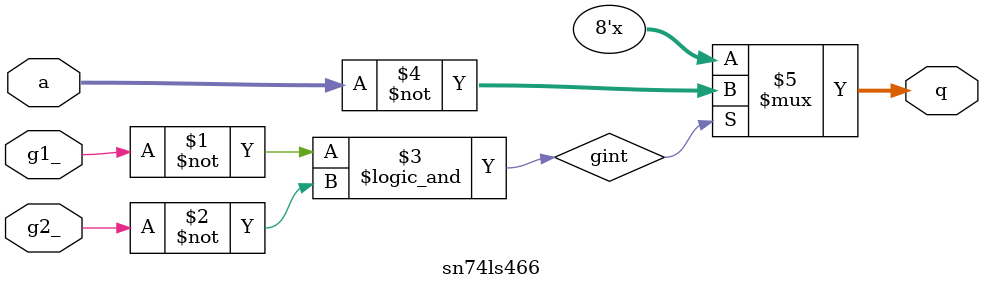
<source format=v>
module sn74ls466(q, a, g1_, g2_);
input [7:0] a;
input g1_, g2_;
output [7:0] q;
wire gint;

parameter
	// TI TTL data book Vol 1, 1985
	tPLH_min=0, tPLH_typ=7,          tPLH_max=12,
	tPHL_min=0, tPHL_typ=9,          tPHL_max=15,
	tPZH_min=0, tPZH_typ=25-tPLH_typ, tPZH_max=40-tPLH_max,
	tPZL_min=0, tPZL_typ=29-tPHL_typ, tPZL_max=45-tPHL_max;
// does not respect tPHZ, tPLZ !

assign #(tPZH_min : tPZH_typ : tPZH_max,
	   tPZL_min : tPZL_typ : tPZL_max)
	gint = g1_==0 && g2_==0;

assign #(tPLH_min : tPLH_typ : tPLH_max,
	     tPHL_min : tPHL_typ : tPHL_max)
	q = gint ? ~a : 8'bzzzzzzzz;

endmodule

</source>
